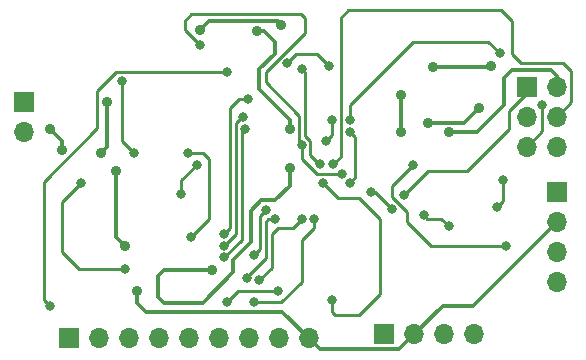
<source format=gbl>
%TF.GenerationSoftware,KiCad,Pcbnew,8.0.5*%
%TF.CreationDate,2025-01-15T00:39:03+05:30*%
%TF.ProjectId,MCU_Datalogger,4d43555f-4461-4746-916c-6f676765722e,1*%
%TF.SameCoordinates,Original*%
%TF.FileFunction,Copper,L2,Bot*%
%TF.FilePolarity,Positive*%
%FSLAX46Y46*%
G04 Gerber Fmt 4.6, Leading zero omitted, Abs format (unit mm)*
G04 Created by KiCad (PCBNEW 8.0.5) date 2025-01-15 00:39:03*
%MOMM*%
%LPD*%
G01*
G04 APERTURE LIST*
%TA.AperFunction,ComponentPad*%
%ADD10R,1.700000X1.700000*%
%TD*%
%TA.AperFunction,ComponentPad*%
%ADD11O,1.700000X1.700000*%
%TD*%
%TA.AperFunction,ViaPad*%
%ADD12C,0.800000*%
%TD*%
%TA.AperFunction,ViaPad*%
%ADD13C,0.900000*%
%TD*%
%TA.AperFunction,Conductor*%
%ADD14C,0.250000*%
%TD*%
%TA.AperFunction,Conductor*%
%ADD15C,0.350000*%
%TD*%
G04 APERTURE END LIST*
D10*
%TO.P,BT1,1,+*%
%TO.N,Net-(BT1-+)*%
X128905000Y-105410000D03*
D11*
%TO.P,BT1,2,-*%
%TO.N,GND*%
X128905000Y-107950000D03*
%TD*%
D10*
%TO.P,J1,1,Pin_1*%
%TO.N,GND*%
X173990000Y-113030000D03*
D11*
%TO.P,J1,2,Pin_2*%
%TO.N,/Vcc*%
X173990000Y-115570000D03*
%TO.P,J1,3,Pin_3*%
%TO.N,/SDA*%
X173990000Y-118110000D03*
%TO.P,J1,4,Pin_4*%
%TO.N,/SCK*%
X173990000Y-120650000D03*
%TD*%
D10*
%TO.P,J2,1,Pin_1*%
%TO.N,GND*%
X159385000Y-125095000D03*
D11*
%TO.P,J2,2,Pin_2*%
%TO.N,/Vcc*%
X161925000Y-125095000D03*
%TO.P,J2,3,Pin_3*%
%TO.N,/RX*%
X164465000Y-125095000D03*
%TO.P,J2,4,Pin_4*%
%TO.N,/TX*%
X167005000Y-125095000D03*
%TD*%
D10*
%TO.P,J4,1,Pin_1*%
%TO.N,/MISO*%
X171450000Y-104140000D03*
D11*
%TO.P,J4,2,Pin_2*%
%TO.N,/Vcc*%
X173990000Y-104140000D03*
%TO.P,J4,3,Pin_3*%
%TO.N,/SCK*%
X171450000Y-106680000D03*
%TO.P,J4,4,Pin_4*%
%TO.N,/MOSI*%
X173990000Y-106680000D03*
%TO.P,J4,5,Pin_5*%
%TO.N,/RESET*%
X171450000Y-109220000D03*
%TO.P,J4,6,Pin_6*%
%TO.N,GND*%
X173990000Y-109220000D03*
%TD*%
D10*
%TO.P,J3,1,Pin_1*%
%TO.N,/D2*%
X132689600Y-125425200D03*
D11*
%TO.P,J3,2,Pin_2*%
%TO.N,/D3*%
X135229600Y-125425200D03*
%TO.P,J3,3,Pin_3*%
%TO.N,/D4*%
X137769600Y-125425200D03*
%TO.P,J3,4,Pin_4*%
%TO.N,/D5*%
X140309600Y-125425200D03*
%TO.P,J3,5,Pin_5*%
%TO.N,/D6*%
X142849600Y-125425200D03*
%TO.P,J3,6,Pin_6*%
%TO.N,/D7*%
X145389600Y-125425200D03*
%TO.P,J3,7,Pin_7*%
%TO.N,/D8*%
X147929600Y-125425200D03*
%TO.P,J3,8,Pin_8*%
%TO.N,GND*%
X150469600Y-125425200D03*
%TO.P,J3,9,Pin_9*%
%TO.N,/Vcc*%
X153009600Y-125425200D03*
%TD*%
D12*
%TO.N,Net-(BT1-+)*%
X143764000Y-100584000D03*
X155800304Y-111506000D03*
X152400000Y-109055000D03*
D13*
%TO.N,GND*%
X151384000Y-110998000D03*
X163500636Y-102425000D03*
X151384000Y-107696000D03*
X135890000Y-105410000D03*
X160782000Y-107950000D03*
X135382000Y-109728000D03*
X148590000Y-99427000D03*
X160782000Y-104839000D03*
X144780000Y-119634000D03*
X168402000Y-102362000D03*
%TO.N,/Vcc*%
X150697364Y-98881364D03*
X132080000Y-109474000D03*
X136652000Y-111252000D03*
X167397864Y-105906136D03*
X131064000Y-107710000D03*
X164846000Y-107950000D03*
X163068000Y-107188000D03*
X137414000Y-117602000D03*
X143764000Y-99314000D03*
X138430000Y-121412000D03*
D12*
%TO.N,Net-(U4-PB7)*%
X154178000Y-112268000D03*
X154940000Y-122174000D03*
%TO.N,Net-(U4-PB6)*%
X146050000Y-122365000D03*
X150431000Y-121412000D03*
X152400000Y-102616000D03*
X146050000Y-102870000D03*
X153924000Y-110705000D03*
X131064000Y-122682000D03*
%TO.N,/SCK*%
X142748000Y-109728000D03*
X164846000Y-115955552D03*
X169418000Y-112014000D03*
X156475540Y-112243606D03*
X160059696Y-114504999D03*
X143002000Y-116840000D03*
X138176000Y-109728000D03*
X137160000Y-103632000D03*
X162761256Y-115034803D03*
X168910000Y-114300000D03*
X156464000Y-107950000D03*
X158242000Y-113030000D03*
%TO.N,/SDA*%
X133688110Y-112302006D03*
X161802653Y-110739347D03*
X154686000Y-102362000D03*
X137489364Y-119558636D03*
X169672000Y-117602000D03*
X151134653Y-102112653D03*
%TO.N,/D8*%
X153416000Y-115353000D03*
X148405000Y-122365000D03*
%TO.N,/D6*%
X147757948Y-120349299D03*
X150114000Y-115353000D03*
%TO.N,/D5*%
X148373000Y-118364000D03*
X149352000Y-114554000D03*
%TO.N,/D7*%
X148781000Y-120523000D03*
X152400000Y-115353000D03*
%TO.N,/D4*%
X147574000Y-107696000D03*
X145796000Y-118586006D03*
%TO.N,/D2*%
X145796000Y-116586000D03*
X147828000Y-105156000D03*
%TO.N,/D3*%
X147421000Y-106680000D03*
X145796000Y-117586003D03*
%TO.N,/RESET*%
X169164000Y-101283000D03*
X172720000Y-105664000D03*
X156464000Y-106934000D03*
X154944653Y-106929347D03*
X154432000Y-108712000D03*
%TO.N,/MISO*%
X161036000Y-113284000D03*
%TO.N,/MOSI*%
X155075304Y-110705000D03*
%TO.N,Net-(U3-~{INTA})*%
X142217786Y-113246193D03*
X143510000Y-110744000D03*
%TD*%
D14*
%TO.N,/SDA*%
X133528636Y-119558636D02*
X137489364Y-119558636D01*
X132080000Y-118110000D02*
X133528636Y-119558636D01*
X132080000Y-113910116D02*
X132080000Y-118110000D01*
X133688110Y-112302006D02*
X132080000Y-113910116D01*
%TO.N,Net-(U4-PB6)*%
X135065000Y-104457000D02*
X136652000Y-102870000D01*
X130556000Y-112164727D02*
X135065000Y-107655727D01*
X136652000Y-102870000D02*
X146050000Y-102870000D01*
X130556000Y-122174000D02*
X130556000Y-112164727D01*
X131064000Y-122682000D02*
X130556000Y-122174000D01*
X135065000Y-107655727D02*
X135065000Y-104457000D01*
%TO.N,Net-(BT1-+)*%
X153670000Y-111506000D02*
X152400000Y-110236000D01*
X152358000Y-98002000D02*
X152654000Y-98298000D01*
X149352000Y-102870000D02*
X149352000Y-103735273D01*
X152654000Y-98298000D02*
X152654000Y-99568000D01*
X142494000Y-98552000D02*
X143044000Y-98002000D01*
X152209000Y-106592273D02*
X152209000Y-108864000D01*
X152209000Y-108864000D02*
X152400000Y-109055000D01*
X152654000Y-99568000D02*
X149352000Y-102870000D01*
X155800304Y-111506000D02*
X153670000Y-111506000D01*
X152400000Y-110236000D02*
X152400000Y-109055000D01*
X143044000Y-98002000D02*
X152358000Y-98002000D01*
X149352000Y-103735273D02*
X152209000Y-106592273D01*
X143764000Y-100584000D02*
X142494000Y-99314000D01*
X142494000Y-99314000D02*
X142494000Y-98552000D01*
D15*
%TO.N,GND*%
X135890000Y-109220000D02*
X135890000Y-105410000D01*
X140208000Y-121920000D02*
X140716000Y-122428000D01*
X151384000Y-107696000D02*
X151384000Y-106934000D01*
X160782000Y-107950000D02*
X160782000Y-104839000D01*
X151384000Y-112522000D02*
X151384000Y-110998000D01*
X150177000Y-113729000D02*
X151384000Y-112522000D01*
X168402000Y-102362000D02*
X168339000Y-102425000D01*
X146621000Y-119825000D02*
X146621000Y-118767000D01*
X144018000Y-122428000D02*
X146621000Y-119825000D01*
X148802000Y-102642182D02*
X150114000Y-101330182D01*
X144780000Y-119634000D02*
X140716000Y-119634000D01*
X149010273Y-113729000D02*
X150177000Y-113729000D01*
X148082000Y-117306000D02*
X148082000Y-114657273D01*
X149211000Y-99427000D02*
X148590000Y-99427000D01*
X151384000Y-106934000D02*
X148802000Y-104352000D01*
X148802000Y-104352000D02*
X148802000Y-102642182D01*
X150114000Y-101330182D02*
X150114000Y-100330000D01*
X168339000Y-102425000D02*
X163500636Y-102425000D01*
X140208000Y-120142000D02*
X140208000Y-121920000D01*
X146621000Y-118767000D02*
X148082000Y-117306000D01*
X140716000Y-122428000D02*
X144018000Y-122428000D01*
X150114000Y-100330000D02*
X149211000Y-99427000D01*
X148082000Y-114657273D02*
X149010273Y-113729000D01*
X140716000Y-119634000D02*
X140208000Y-120142000D01*
X135382000Y-109728000D02*
X135890000Y-109220000D01*
%TO.N,/Vcc*%
X132080000Y-109474000D02*
X132080000Y-108726000D01*
X163068000Y-107188000D02*
X166116000Y-107188000D01*
X139192000Y-123190000D02*
X138430000Y-122428000D01*
X150368000Y-98552000D02*
X150697364Y-98881364D01*
X143764000Y-99314000D02*
X144526000Y-98552000D01*
X167259000Y-107950000D02*
X169545000Y-105664000D01*
X160650000Y-126370000D02*
X161925000Y-125095000D01*
X169545000Y-105664000D02*
X169545000Y-103378000D01*
X169545000Y-103378000D02*
X170180000Y-102743000D01*
X164338000Y-122682000D02*
X166878000Y-122682000D01*
X164846000Y-107950000D02*
X167259000Y-107950000D01*
X166116000Y-107188000D02*
X167397864Y-105906136D01*
X136652000Y-111252000D02*
X136652000Y-116840000D01*
X150774400Y-123190000D02*
X139192000Y-123190000D01*
X153009600Y-125425200D02*
X153954400Y-126370000D01*
X153954400Y-126370000D02*
X160650000Y-126370000D01*
X173482000Y-102743000D02*
X173990000Y-103251000D01*
X138430000Y-122428000D02*
X138430000Y-121412000D01*
X173990000Y-103251000D02*
X173990000Y-104140000D01*
X170180000Y-102743000D02*
X173482000Y-102743000D01*
X132080000Y-108726000D02*
X131064000Y-107710000D01*
X144526000Y-98552000D02*
X150368000Y-98552000D01*
X166878000Y-122682000D02*
X173990000Y-115570000D01*
X161925000Y-125095000D02*
X164338000Y-122682000D01*
X136652000Y-116840000D02*
X137414000Y-117602000D01*
X153009600Y-125425200D02*
X150774400Y-123190000D01*
D14*
%TO.N,Net-(U4-PB7)*%
X159004000Y-121666000D02*
X157226000Y-123444000D01*
X157226000Y-123444000D02*
X155194000Y-123444000D01*
X157226000Y-113538000D02*
X159004000Y-115316000D01*
X155194000Y-123444000D02*
X154940000Y-123190000D01*
X154178000Y-112268000D02*
X155448000Y-113538000D01*
X154940000Y-123190000D02*
X154940000Y-122174000D01*
X155448000Y-113538000D02*
X157226000Y-113538000D01*
X159004000Y-115316000D02*
X159004000Y-121666000D01*
%TO.N,Net-(U4-PB6)*%
X152400000Y-102616000D02*
X152659000Y-102875000D01*
X152700305Y-108330000D02*
X153125000Y-108754695D01*
X152659000Y-108330000D02*
X152700305Y-108330000D01*
X147003000Y-121412000D02*
X146050000Y-122365000D01*
X153885000Y-110705000D02*
X153924000Y-110705000D01*
X153125000Y-109945000D02*
X153885000Y-110705000D01*
X153125000Y-108754695D02*
X153125000Y-109945000D01*
X150431000Y-121412000D02*
X147003000Y-121412000D01*
X152659000Y-102875000D02*
X152659000Y-108330000D01*
%TO.N,/SCK*%
X158584697Y-113030000D02*
X160059696Y-114504999D01*
X162761256Y-115034803D02*
X163042453Y-115316000D01*
X156475540Y-112243606D02*
X156945282Y-111773864D01*
X158242000Y-113030000D02*
X158584697Y-113030000D01*
X169418000Y-112014000D02*
X169418000Y-113792000D01*
X144018000Y-109728000D02*
X142748000Y-109728000D01*
X137160000Y-108712000D02*
X138176000Y-109728000D01*
X144526000Y-110236000D02*
X144018000Y-109728000D01*
X164206448Y-115316000D02*
X164846000Y-115955552D01*
X169418000Y-113792000D02*
X168910000Y-114300000D01*
X143002000Y-116840000D02*
X144526000Y-115316000D01*
X156945282Y-108431282D02*
X156464000Y-107950000D01*
X137160000Y-103632000D02*
X137160000Y-108712000D01*
X156945282Y-111773864D02*
X156945282Y-108431282D01*
X144526000Y-115316000D02*
X144526000Y-110236000D01*
X163042453Y-115316000D02*
X164206448Y-115316000D01*
%TO.N,/SDA*%
X161802653Y-110739347D02*
X160020000Y-112522000D01*
X151134653Y-102112653D02*
X151901306Y-101346000D01*
X163322000Y-117602000D02*
X169672000Y-117602000D01*
X160020000Y-112522000D02*
X160020000Y-113030000D01*
X161290000Y-115570000D02*
X163322000Y-117602000D01*
X160020000Y-113439998D02*
X161290000Y-114709998D01*
X160020000Y-113030000D02*
X160020000Y-113439998D01*
X161290000Y-114709998D02*
X161290000Y-115570000D01*
X153670000Y-101346000D02*
X154686000Y-102362000D01*
X151901306Y-101346000D02*
X153670000Y-101346000D01*
%TO.N,/D8*%
X152400000Y-120650000D02*
X152400000Y-117094000D01*
X153416000Y-116078000D02*
X153416000Y-115353000D01*
X152400000Y-117094000D02*
X153416000Y-116078000D01*
X150685000Y-122365000D02*
X152400000Y-120650000D01*
X148405000Y-122365000D02*
X150685000Y-122365000D01*
%TO.N,/D6*%
X147757948Y-120349299D02*
X147757948Y-120212052D01*
X149352000Y-115570000D02*
X149569000Y-115353000D01*
X149569000Y-115353000D02*
X150114000Y-115353000D01*
X147757948Y-120212052D02*
X149352000Y-118618000D01*
X149352000Y-118618000D02*
X149352000Y-115570000D01*
%TO.N,/D5*%
X148373000Y-118364000D02*
X148844000Y-117893000D01*
X148844000Y-115062000D02*
X149352000Y-114554000D01*
X148844000Y-117893000D02*
X148844000Y-115062000D01*
%TO.N,/D7*%
X148781000Y-120523000D02*
X149860000Y-119444000D01*
X149860000Y-116586000D02*
X150368000Y-116078000D01*
X151675000Y-116078000D02*
X152400000Y-115353000D01*
X149860000Y-119444000D02*
X149860000Y-116586000D01*
X150368000Y-116078000D02*
X151675000Y-116078000D01*
%TO.N,/D4*%
X147320000Y-107950000D02*
X147574000Y-107696000D01*
X145796000Y-118586006D02*
X145821302Y-118586006D01*
X147320000Y-117087308D02*
X147320000Y-107950000D01*
X145821302Y-118586006D02*
X147320000Y-117087308D01*
%TO.N,/D2*%
X147828000Y-105156000D02*
X147066000Y-105156000D01*
X146304000Y-105918000D02*
X146304000Y-116078000D01*
X147066000Y-105156000D02*
X146304000Y-105918000D01*
X146304000Y-116078000D02*
X145796000Y-116586000D01*
%TO.N,/D3*%
X145796000Y-117586003D02*
X145821302Y-117586003D01*
X146812000Y-107188000D02*
X147320000Y-106680000D01*
X146812000Y-116595305D02*
X146812000Y-107188000D01*
X147320000Y-106680000D02*
X147421000Y-106680000D01*
X145821302Y-117586003D02*
X146812000Y-116595305D01*
%TO.N,/RESET*%
X156464000Y-105664000D02*
X156464000Y-106934000D01*
X172765000Y-107905000D02*
X172765000Y-105709000D01*
X171450000Y-109220000D02*
X172765000Y-107905000D01*
X168211000Y-100330000D02*
X161798000Y-100330000D01*
X154944653Y-108199347D02*
X154432000Y-108712000D01*
X172765000Y-105709000D02*
X172720000Y-105664000D01*
X161798000Y-100330000D02*
X156464000Y-105664000D01*
X154944653Y-106929347D02*
X154944653Y-108199347D01*
X169164000Y-101283000D02*
X168211000Y-100330000D01*
%TO.N,/MISO*%
X163068000Y-111252000D02*
X166370000Y-111252000D01*
X161036000Y-113284000D02*
X163068000Y-111252000D01*
X169926000Y-107696000D02*
X169926000Y-106172000D01*
X171450000Y-104648000D02*
X171450000Y-104140000D01*
X166370000Y-111252000D02*
X169926000Y-107696000D01*
X169926000Y-106172000D02*
X171450000Y-104648000D01*
%TO.N,/MOSI*%
X155702000Y-98298000D02*
X156347000Y-97653000D01*
X155075304Y-110705000D02*
X155702000Y-110078304D01*
X174498000Y-102108000D02*
X175215000Y-102825000D01*
X170942000Y-102108000D02*
X174498000Y-102108000D01*
X175215000Y-105455000D02*
X173990000Y-106680000D01*
X156347000Y-97653000D02*
X169281000Y-97653000D01*
X170180000Y-101346000D02*
X170942000Y-102108000D01*
X175215000Y-102825000D02*
X175215000Y-105455000D01*
X155702000Y-110078304D02*
X155702000Y-98298000D01*
X170180000Y-98552000D02*
X170180000Y-101346000D01*
X169281000Y-97653000D02*
X170180000Y-98552000D01*
%TO.N,Net-(U3-~{INTA})*%
X142217786Y-113246193D02*
X142217786Y-112036214D01*
X142217786Y-112036214D02*
X143510000Y-110744000D01*
%TD*%
M02*

</source>
